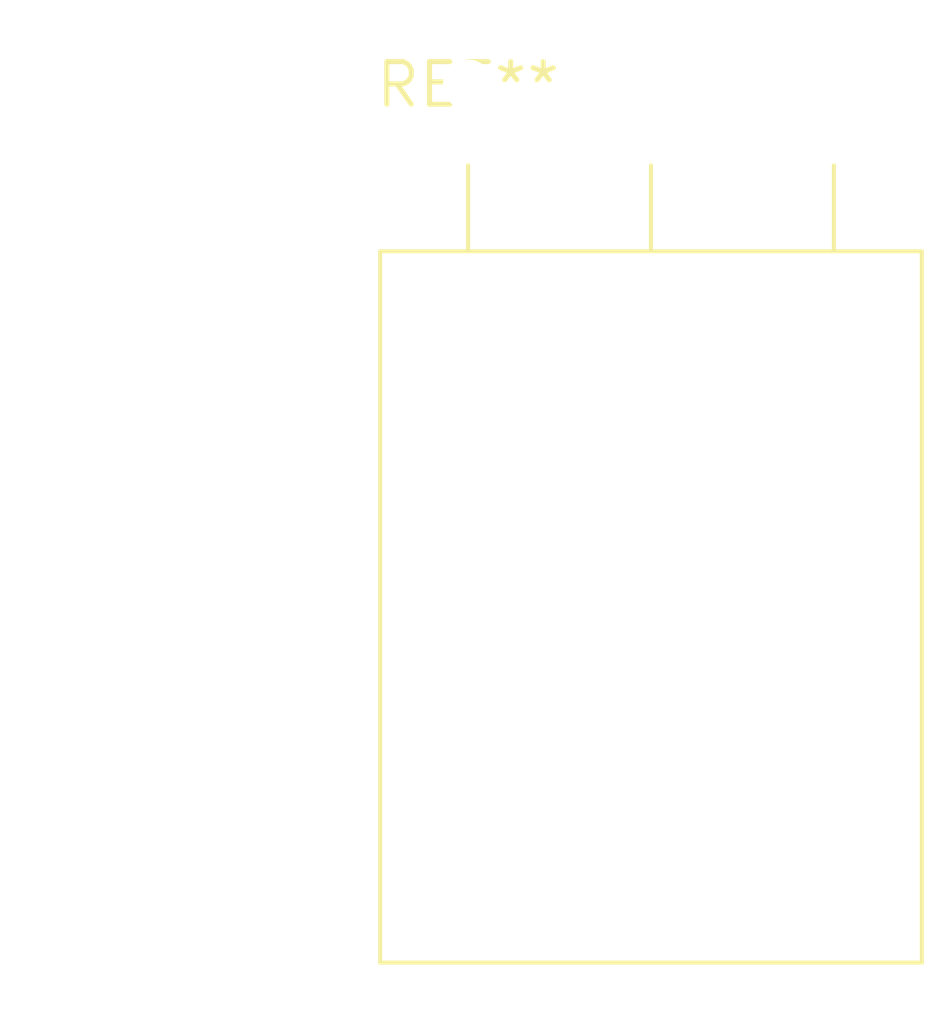
<source format=kicad_pcb>
(kicad_pcb (version 20240108) (generator pcbnew)
  (layers (0 "F.Cu" signal) (31 "B.Cu" signal) (34 "B.Paste" user) (35 "F.Paste" user) (36 "B.SilkS" user "B.Silkscreen") (37 "F.SilkS" user "F.Silkscreen") (38 "B.Mask" user) (39 "F.Mask" user) (44 "Edge.Cuts" user))
  (net 0 "")
  (footprint "TO-247-3_Horizontal_TabUp" (layer "F.Cu") (at 0 0)
    (property "Reference" "REF**")
    (property "Value" "TO-247-3_Horizontal_TabUp")
    (fp_line (start -2.62 4.96) (end -2.62 26.15) (layer "F.SilkS") (stroke (width 0.12)))
    (fp_line (start -2.62 4.96) (end 13.52 4.96) (layer "F.SilkS") (stroke (width 0.12)))
    (fp_line (start -2.62 26.15) (end 13.52 26.15) (layer "F.SilkS") (stroke (width 0.12)))
    (fp_line (start 0 2.4) (end 0 4.96) (layer "F.SilkS") (stroke (width 0.12)))
    (fp_line (start 5.45 2.4) (end 5.45 4.96) (layer "F.SilkS") (stroke (width 0.12)))
    (fp_line (start 10.9 2.4) (end 10.9 4.96) (layer "F.SilkS") (stroke (width 0.12)))
    (fp_line (start 13.52 4.96) (end 13.52 26.15) (layer "F.SilkS") (stroke (width 0.12)))
    (pad "" np_thru_hole oval (at 5.45 19.86) (size 3.6 3.6) (drill 3.6) (layers *.Cu *.Mask))
    (pad "1" thru_hole rect (at 0 0) (size 2.5 4.5) (drill 1.5) (layers *.Cu *.Mask) (remove_unused_layers))
    (pad "2" thru_hole oval (at 5.45 0) (size 2.5 4.5) (drill 1.5) (layers *.Cu *.Mask) (remove_unused_layers))
    (pad "3" thru_hole oval (at 10.9 0) (size 2.5 4.5) (drill 1.5) (layers *.Cu *.Mask) (remove_unused_layers))
  )
)
</source>
